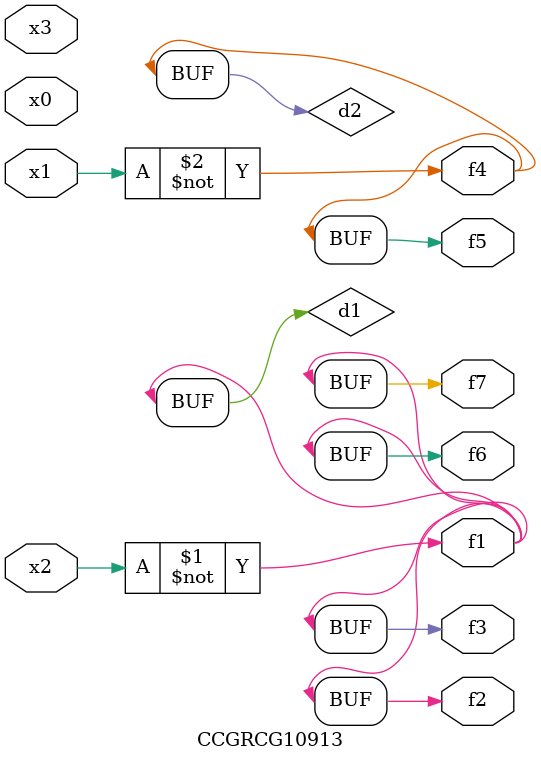
<source format=v>
module CCGRCG10913(
	input x0, x1, x2, x3,
	output f1, f2, f3, f4, f5, f6, f7
);

	wire d1, d2;

	xnor (d1, x2);
	not (d2, x1);
	assign f1 = d1;
	assign f2 = d1;
	assign f3 = d1;
	assign f4 = d2;
	assign f5 = d2;
	assign f6 = d1;
	assign f7 = d1;
endmodule

</source>
